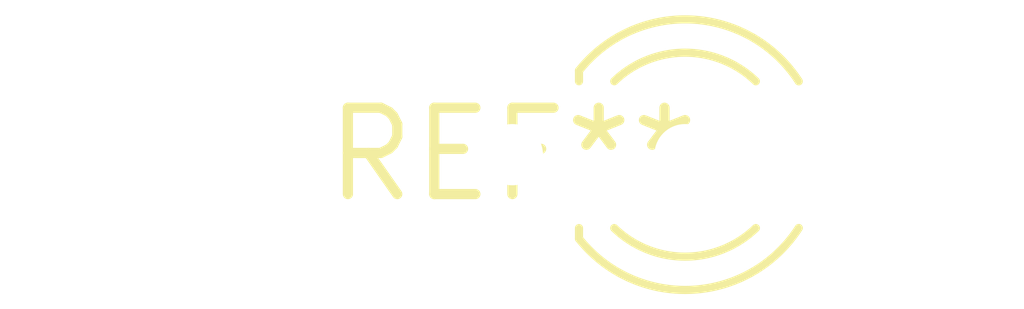
<source format=kicad_pcb>
(kicad_pcb (version 20240108) (generator pcbnew)
  (layers (0 "F.Cu" signal) (31 "B.Cu" signal) (34 "B.Paste" user) (35 "F.Paste" user) (36 "B.SilkS" user "B.Silkscreen") (37 "F.SilkS" user "F.Silkscreen") (38 "B.Mask" user) (39 "F.Mask" user) (44 "Edge.Cuts" user))
  (net 0 "")
  (footprint "LED_D3.0mm-3" (layer "F.Cu") (at 0 0)
    (property "Reference" "REF**")
    (property "Value" "LED_D3.0mm-3")
    (fp_line (start 0.98 -1.236) (end 0.98 -1.08) (layer "F.SilkS") (stroke (width 0.12)))
    (fp_line (start 0.98 1.08) (end 0.98 1.236) (layer "F.SilkS") (stroke (width 0.12)))
    (fp_arc (start 0.98 -1.235516) (mid 2.636487 -1.987659) (end 4.212335 -1.078608) (layer "F.SilkS") (stroke (width 0.12)))
    (fp_arc (start 1.499039 -1.08) (mid 2.540117 -1.5) (end 3.58113 -1.079837) (layer "F.SilkS") (stroke (width 0.12)))
    (fp_arc (start 3.58113 1.079837) (mid 2.540117 1.5) (end 1.499039 1.08) (layer "F.SilkS") (stroke (width 0.12)))
    (fp_arc (start 4.212335 1.078608) (mid 2.636487 1.987659) (end 0.98 1.235516) (layer "F.SilkS") (stroke (width 0.12)))
    (pad "1" thru_hole rect (at 0 0) (size 1.8 1.8) (drill 0.9) (layers *.Cu *.Mask) (remove_unused_layers))
    (pad "2" thru_hole circle (at 2.54 0) (size 1.8 1.8) (drill 0.9) (layers *.Cu *.Mask) (remove_unused_layers))
    (pad "3" thru_hole circle (at 5.08 0) (size 1.8 1.8) (drill 0.9) (layers *.Cu *.Mask) (remove_unused_layers))
  )
)
</source>
